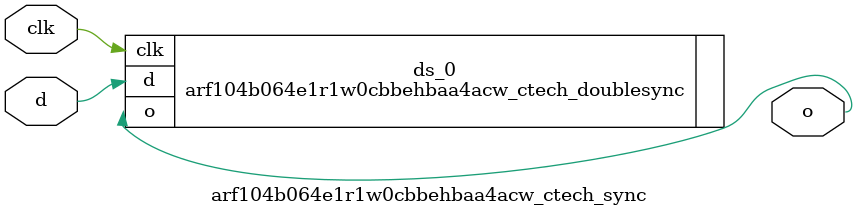
<source format=sv>

`ifndef ARF104B064E1R1W0CBBEHBAA4ACW_CTECH_SYNC_SV
`define ARF104B064E1R1W0CBBEHBAA4ACW_CTECH_SYNC_SV

module arf104b064e1r1w0cbbehbaa4acw_ctech_sync (
  input  logic  clk,
  input  logic  d,

  output logic  o
);

  arf104b064e1r1w0cbbehbaa4acw_ctech_doublesync ds_0 (.o(o), .d(d), .clk(clk));

endmodule // arf104b064e1r1w0cbbehbaa4acw_ctech_sync

`endif // ARF104B064E1R1W0CBBEHBAA4ACW_CTECH_SYNC_SV
</source>
